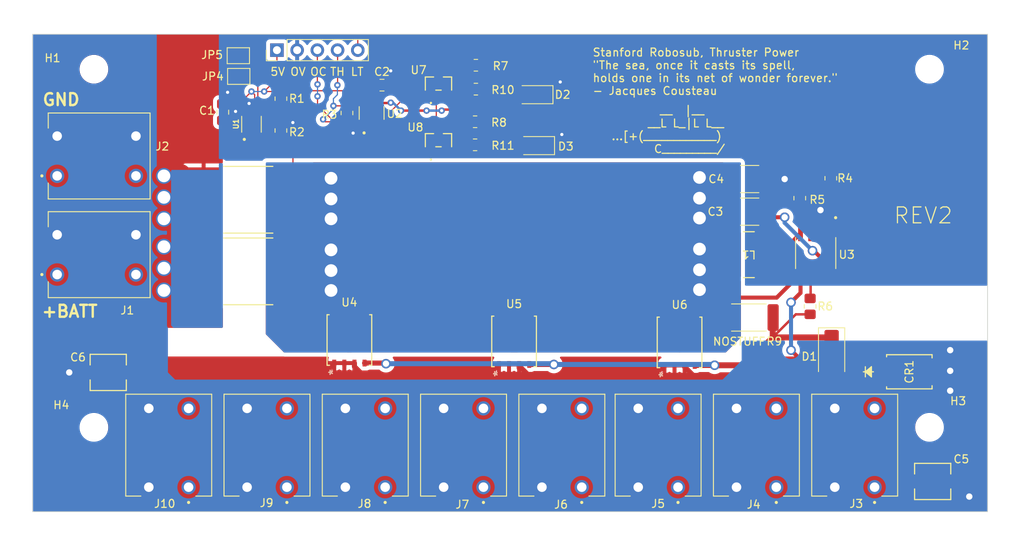
<source format=kicad_pcb>
(kicad_pcb (version 20240108) (generator "pcbnew") (generator_version "8.0")
  (layers (0 "F.Cu" signal) (31 "B.Cu" signal) (34 "B.Paste" user) (35 "F.Paste" user) (36 "B.SilkS" user "B.Silkscreen") (37 "F.SilkS" user "F.Silkscreen") (38 "B.Mask" user) (39 "F.Mask" user) (44 "Edge.Cuts" user))
  (net 0 "")
  (net 1 "+BATT")
  (net 2 "Net-(U3-OUT)")
  (net 3 "V_BAT_THRUSTERS")
  (net 4 "THRUSTERS_GATE")
  (net 5 "Net-(U7-SOURCE)")
  (net 6 "Net-(D2-A)")
  (net 7 "Net-(U8-SOURCE)")
  (net 8 "Net-(D3-A)")
  (net 9 "THRUST_EN")
  (net 10 "Net-(U3-SW)")
  (net 11 "OCP_N")
  (net 12 "Net-(U1-LIMIT)")
  (net 13 "GATE_EN")
  (net 14 "Net-(U3-IN)")
  (net 15 "Net-(U3-RS)")
  (net 16 "Net-(U3-GATE)")
  (net 17 "GND")
  (net 18 "+5V")
  (net 19 "Sense(+)")
  (net 20 "LATCH")
  (net 21 "Net-(JP4-A)")
  (footprint "1135333_1:PHOENIX_1135333" (layer "F.Cu") (at 274.7 178.8375 180)
    (property "Reference" "J6")
    (property "Value" "1135333" (hide yes))
  )
  (footprint "LED_SMD:LED_1206_3216Metric" (layer "F.Cu") (at 266.1 147.6 180)
    (property "Reference" "D3")
    (property "Value" "IR26-21C_L110_TR8" (hide yes))
  )
  (footprint "1135333_1:PHOENIX_1135333" (layer "F.Cu") (at 217.5625 154.3 90)
    (property "Reference" "J2")
    (property "Value" "1135333" (hide yes))
  )
  (footprint "Jumper:SolderJumper-2_P1.3mm_Open_Pad1.0x1.5mm" (layer "F.Cu") (at 228.65 136.3)
    (property "Reference" "JP5")
    (property "Value" "SolderJumper_2_Open" (hide yes))
  )
  (footprint "1135333_1:PHOENIX_1135333" (layer "F.Cu") (at 250 178.8375 180)
    (property "Reference" "J8")
    (property "Value" "1135333" (hide yes))
  )
  (footprint "Robosub Lib:SON40P200X200X80-11N" (layer "F.Cu") (at 230.3 144.915 90)
    (property "Reference" "U1")
    (property "Value" "INA300AIDSQT" (hide yes))
  )
  (footprint "LED_SMD:LED_1206_3216Metric" (layer "F.Cu") (at 265.9 141.2 180)
    (property "Reference" "D2")
    (property "Value" "IR26-21C_L110_TR8" (hide yes))
  )
  (footprint "1135333_1:PHOENIX_1135333" (layer "F.Cu") (at 237.65 178.8375 180)
    (property "Reference" "J9")
    (property "Value" "1135333" (hide yes))
  )
  (footprint "Robosub Lib:BSC0702LSATMA1" (layer "F.Cu") (at 242.605 172.024501 90)
    (property "Reference" "U4")
    (property "Value" "BSC0702LSATMA1" (hide yes))
  )
  (footprint "Resistor_SMD:R_0805_2012Metric_Pad1.20x1.40mm_HandSolder" (layer "F.Cu") (at 300.5 167.8 -90)
    (property "Reference" "R6")
    (property "Value" "100" (hide yes))
  )
  (footprint "Robosub Lib:IND_5848-WE-PD2_WRE" (layer "F.Cu") (at 292.8 161.3 180)
    (property "Reference" "L1")
    (property "Value" "74477420")
  )
  (footprint "1135333_1:PHOENIX_1135333" (layer "F.Cu") (at 286.8 178.8375 180)
    (property "Reference" "J5")
    (property "Value" "1135333" (hide yes))
  )
  (footprint "Robosub Lib:SOT-23-3_1P4X3P040_ONS" (layer "F.Cu") (at 253.8 139.8)
    (property "Reference" "U7")
    (property "Value" "NVTR01P02LT1G" (hide yes))
  )
  (footprint "Resistor_SMD:R_0805_2012Metric_Pad1.20x1.40mm_HandSolder" (layer "F.Cu") (at 258.4 147.5 180)
    (property "Reference" "R11")
    (property "Value" "110" (hide yes))
  )
  (footprint "Capacitor_SMD:C_1812_4532Metric_Pad1.57x3.40mm_HandSolder" (layer "F.Cu") (at 292.9 155.9)
    (property "Reference" "C3")
    (property "Value" "1uF" (hide yes))
  )
  (footprint "Robosub Lib:SOIC127P600X175-8N_AUIR3241STR" (layer "F.Cu") (at 301.2 161.1 -90)
    (property "Reference" "U3")
    (property "Value" "AUIR3241STR" (hide yes))
  )
  (footprint "Resistor_SMD:R_0805_2012Metric_Pad1.20x1.40mm_HandSolder" (layer "F.Cu") (at 258.5 137.5 180)
    (property "Reference" "R7")
    (property "Value" "110" (hide yes))
  )
  (footprint "Diode_SMD:D_SMA" (layer "F.Cu") (at 303.2 174 -90)
    (property "Reference" "D1")
    (property "Value" "1SMA5931BT3" (hide yes))
  )
  (footprint "Robosub Lib:SOT95P280X145-6N" (layer "F.Cu") (at 245.4 143.5 90)
    (property "Reference" "U2")
    (property "Value" "SN74LVC1G97DBVR" (hide yes))
  )
  (footprint "MountingHole:MountingHole_3.2mm_M3" (layer "F.Cu") (at 315.5 183)
    (property "Reference" "H3")
    (property "Value" "MountingHole" (hide yes))
  )
  (footprint "1135333_1:PHOENIX_1135333" (layer "F.Cu") (at 217.5625 166.7 90)
    (property "Reference" "J1")
    (property "Value" "1135333" (hide yes))
  )
  (footprint "MountingHole:MountingHole_3.2mm_M3" (layer "F.Cu") (at 315.5 138)
    (property "Reference" "H2")
    (property "Value" "MountingHole" (hide yes))
  )
  (footprint "Resistor_SMD:R_0805_2012Metric_Pad1.20x1.40mm_HandSolder" (layer "F.Cu") (at 234 145.7 90)
    (property "Reference" "R2")
    (property "Value" "3k" (hide yes))
  )
  (footprint "Robosub Lib:BSC0702LSATMA1" (layer "F.Cu") (at 284.095 172.324501 90)
    (property "Reference" "U6")
    (property "Value" "BSC0702LSATMA1" (hide yes))
  )
  (footprint "Resistor_SMD:R_2512_6332Metric_Pad1.40x3.35mm_HandSolder" (layer "F.Cu") (at 292.8 169.2)
    (property "Reference" "R9")
    (property "Value" "0 (100A)" (hide yes))
  )
  (footprint "Robosub Lib:UCB1V0R1MCL1GS" (layer "F.Cu") (at 315.9 189.8)
    (property "Reference" "C5")
    (property "Value" "1u (electrolytic)" (hide yes))
  )
  (footprint "Jumper:SolderJumper-2_P1.3mm_Open_Pad1.0x1.5mm" (layer "F.Cu") (at 228.7 138.9 180)
    (property "Reference" "JP4")
    (property "Value" "SolderJumper_2_Open" (hide yes))
  )
  (footprint "Capacitor_SMD:C_0805_2012Metric_Pad1.18x1.45mm_HandSolder" (layer "F.Cu") (at 246.7 140)
    (property "Reference" "C2")
    (property "Value" "0.1u" (hide yes))
  )
  (footprint "WSLP59312L000FEA:RES_WSLP5931_.002OHM_VIS" (layer "F.Cu") (at 229.9 154.4 180)
    (property "Reference" "WSLP59312L000FEA_2" (hide yes))
    (property "Value" "2mOhm" (hide yes))
  )
  (footprint "MountingHole:MountingHole_3.2mm_M3" (layer "F.Cu") (at 210.5 183)
    (property "Reference" "H4")
    (property "Value" "MountingHole" (hide yes))
  )
  (footprint "Robosub Lib:BSC0702LSATMA1" (layer "F.Cu") (at 263.3 172.2 90)
    (property "Reference" "U5")
    (property "Value" "BSC0702LSATMA1" (hide yes))
  )
  (footprint "1135333_1:PHOENIX_1135333" (layer "F.Cu") (at 262.35 178.8375 180)
    (property "Reference" "J7")
    (property "Value" "1135333" (hide yes))
  )
  (footprint "Resistor_SMD:R_0805_2012Metric_Pad1.20x1.40mm_HandSolder" (layer "F.Cu") (at 258.5 140.5 180)
    (property "Reference" "R10")
    (property "Value" "110" (hide yes))
  )
  (footprint "Resistor_SMD:R_0805_2012Metric_Pad1.20x1.40mm_HandSolder" (layer "F.Cu") (at 258.4 144.6 180)
    (property "Reference" "R8")
    (property "Value" "110" (hide yes))
  )
  (footprint "Connector_PinHeader_2.54mm:PinHeader_1x05_P2.54mm_Vertical" (layer "F.Cu") (at 233.5 135.6 90)
    (property "Reference" "J11" (hide yes))
    (property "Value" "Conn_01x05_Pin" (hide yes))
  )
  (footprint "SBRT15U50SP5_13:POWERDI5_DIO" (layer "F.Cu") (at 312.9663 176.020001 90)
    (property "Reference" "CR1")
    (property "Value" "SBRT15U50SP5-13" (hide yes))
  )
  (footprint "Resistor_SMD:R_0805_2012Metric_Pad1.20x1.40mm_HandSolder" (layer "F.Cu") (at 242.3 143.5 -90)
    (property "Reference" "R3")
    (property "Value" "10k" (hide yes))
  )
  (footprint "1135333_1:PHOENIX_1135333" (layer "F.Cu") (at 311.5 178.8375 180)
    (property "Reference" "J3")
    (property "Value" "1135333" (hide yes))
  )
  (footprint "Robosub Lib:SOT-23-3_1P4X3P040_ONS" (layer "F.Cu") (at 253.8 146.916)
    (property "Reference" "U8")
    (property "Value" "NVTR01P02LT1G" (hide yes))
  )
  (footprint "1135333_1:PHOENIX_1135333" (layer "F.Cu") (at 225.3 178.8375 180)
    (property "Reference" "J10")
    (property "Value" "1135333" (hide yes))
  )
  (footprint "Capacitor_SMD:C_1812_4532Metric_Pad1.57x3.40mm_HandSolder" (layer "F.Cu") (at 292.9 151.8)
    (property "Reference" "C4")
    (property "Value" "1uF" (hide yes))
  )
  (footprint "Robosub Lib:UCB1V0R1MCL1GS" (layer "F.Cu") (at 212.3 176.1 180)
    (property "Reference" "C6")
    (property "Value" "1u (electrolytic)" (hide yes))
  )
  (footprint "Capacitor_SMD:C_0805_2012Metric_Pad1.18x1.45mm_HandSolder" (layer "F.Cu") (at 226.7 143.4 -90)
    (property "Reference" "C1")
    (property "Value" "0.1u" (hide yes))
  )
  (footprint "WSLP59312L000FEA:RES_WSLP5931_.002OHM_VIS" (layer "F.Cu") (at 229.9 163.4 180)
    (property "Reference" "WSLP59312L000FEA_1" (hide yes))
    (property "Value" "2mOhm" (hide yes))
  )
  (footprint "Resistor_SMD:R_0805_2012Metric_Pad1.20x1.40mm_HandSolder" (layer "F.Cu") (at 234 141.7 -90)
    (property "Reference" "R1")
    (property "Value" "10k" (hide yes))
  )
  (footprint "MountingHole:MountingHole_3.2mm_M3" (layer "F.Cu") (at 210.5 138)
    (property "Reference" "H1")
    (property "Value" "MountingHole" (hide yes))
  )
  (footprint "Resistor_SMD:R_0805_2012Metric_Pad1.20x1.40mm_HandSolder" (layer "F.Cu") (at 299.2 154.2 90)
    (property "Reference" "R5")
    (property "Value" "10" (hide yes))
  )
  (footprint "1135333_1:PHOENIX_1135333" (layer "F.Cu") (at 299.15 178.8375 180)
    (property "Reference" "J4")
    (property "Value" "1135333" (hide yes))
  )
  (footprint "Resistor_SMD:R_0805_2012Metric_Pad1.20x1.40mm_HandSolder" (layer "F.Cu") (at 303.1 151.7 -90)
    (property "Reference" "R4")
    (property "Value" "10k" (hide yes))
  )
  (gr_rect (start 202.8 133.6) (end 322.8 193.6) (stroke (width 0.1)) (fill none) (layer "Edge.Cuts"))
  (gr_text "REV2" (at 310.9 157.55 0) (layer "F.SilkS") (effects (font (size 2 2)) (justify left bottom)))
  (gr_text "LT" (at 242.7 138.9 0) (layer "F.SilkS") (effects (font (size 1 1)) (justify left bottom)))
  (gr_text "Stanford Robosub, Thruster Power\n{dblquote}The sea, once it casts its spell, \nholds one in its net of wonder forever.{dblquote} \n- Jacques Cousteau\n" (at 273.1 141.3 0) (layer "F.SilkS") (effects (font (size 1 1)) (justify left bottom)))
  (gr_text "5V" (at 232.6 138.9 0) (layer "F.SilkS") (effects (font (size 1 1)) (justify left bottom)))
  (gr_text "GND" (at 203.9 142.7 0) (layer "F.SilkS") (effects (font (size 1.5 1.5) (thickness 0.3) (bold yes)) (justify left bottom)))
  (gr_text "NOSTUFF" (at 288.2 172.8 0) (layer "F.SilkS") (effects (font (size 1 1)) (justify left bottom)))
  (gr_text "         __  |__\n       __L L_|L L__\n ...[+(____________)\n        C_________/" (at 274.7 148.6 0) (layer "F.SilkS") (effects (font (size 1 1)) (justify left bottom)))
  (gr_text "TH" (at 240.1 138.9 0) (layer "F.SilkS") (effects (font (size 1 1)) (justify left bottom)))
  (gr_text "OV" (at 235.1 138.9 0) (layer "F.SilkS") (effects (font (size 1 1)) (justify left bottom)))
  (gr_text "+BATT" (at 203.8 169.3 0) (layer "F.SilkS") (effects (font (size 1.5 1.5) (thickness 0.3) (bold yes)) (justify left bottom)))
  (gr_text "OC" (at 237.6 138.9 0) (layer "F.SilkS") (effects (font (size 1 1)) (justify left bottom)))
  (segment (start 221.2866 151.4) (end 224.2866 154.4) (width 3) (layer "F.Cu") (net 1))
  (segment (start 229.5 145.9) (end 229.5 147) (width 0.15) (layer "F.Cu") (net 1))
  (segment (start 219.3 165.8) (end 221.8866 165.8) (width 3) (layer "F.Cu") (net 1))
  (segment (start 224.2866 163.4) (end 224.2866 154.4) (width 3) (layer "F.Cu") (net 1))
  (segment (start 229.5 147) (end 228.7 147.8) (width 0.15) (layer "F.Cu") (net 1))
  (segment (start 228.7 147.8) (end 225.3 147.8) (width 0.15) (layer "F.Cu") (net 1))
  (segment (start 219.3 151.4) (end 221.2866 151.4) (width 3) (layer "F.Cu") (net 1))
  (segment (start 221.1866 160.3) (end 224.2866 163.4) (width 3) (layer "F.Cu") (net 1))
  (segment (start 224.2866 148.8134) (end 224.2866 154.4) (width 0.15) (layer "F.Cu") (net 1))
  (segment (start 218.5 163.8) (end 219.3 163) (width 3) (layer "F.Cu") (net 1))
  (segment (start 225.3 147.8) (end 224.2866 148.8134) (width 0.15) (layer "F.Cu") (net 1))
  (segment (start 219.3 156.8) (end 221.8866 156.8) (width 3) (layer "F.Cu") (net 1))
  (segment (start 219.3 163) (end 223.8866 163) (width 3) (layer "F.Cu") (net 1))
  (segment (start 221.8866 156.8) (end 224.2866 154.4) (width 3) (layer "F.Cu") (net 1))
  (segment (start 221.8866 165.8) (end 224.2866 163.4) (width 3) (layer "F.Cu") (net 1))
  (segment (start 219.3 160.3) (end 221.1866 160.3) (width 3) (layer "F.Cu") (net 1))
  (segment (start 205.8825 151.4) (end 215.7825 151.4) (width 3) (layer "F.Cu") (net 1))
  (segment (start 215.7825 151.4) (end 219.3 151.4) (width 3) (layer "F.Cu") (net 1))
  (segment (start 215.7825 163.8) (end 218.5 163.8) (width 3) (layer "F.Cu") (net 1))
  (segment (start 219.3 154.1) (end 223.9866 154.1) (width 3) (layer "F.Cu") (net 1))
  (segment (start 205.8825 163.8) (end 215.7825 163.8) (width 3) (layer "F.Cu") (net 1))
  (via (at 219.3 163) (size 2) (drill 1.6) (layers "F.Cu" "B.Cu") (net 1))
  (via (at 219.3 154.1) (size 2) (drill 1.6) (layers "F.Cu" "B.Cu") (net 1))
  (via (at 219.3 160.3) (size 2) (drill 1.6) (layers "F.Cu" "B.Cu") (net 1))
  (via (at 219.3 165.8) (size 2) (drill 1.6) (layers "F.Cu" "B.Cu") (net 1))
  (via (at 219.3 156.8) (size 2) (drill 1.6) (layers "F.Cu" "B.Cu") (net 1))
  (via (at 219.3 151.4) (size 2) (drill 1.6) (layers "F.Cu" "B.Cu") (net 1))
  (segment (start 300.96245 160.8) (end 300.8 160.8) (width 0.508) (layer "F.Cu") (net 2))
  (segment (start 295.7375 156.6) (end 295.0375 155.9) (width 0.508) (layer "F.Cu") (net 2))
  (segment (start 297.3 156.6) (end 295.7375 156.6) (width 0.508) (layer "F.Cu") (net 2))
  (segment (start 303.105 162.94255) (end 300.96245 160.8) (width 0.508) (layer "F.Cu") (net 2))
  (via (at 297.3 156.6) (size 1.2) (drill 0.8) (layers "F.Cu" "B.Cu") (net 2))
  (via (at 300.8 160.8) (size 1.2) (drill 0.8) (layers "F.Cu" "B.Cu") (net 2))
  (segment (start 300.8 160.8) (end 297.3 157.3) (width 0.508) (layer "B.Cu") (net 2))
  (segment (start 297.3 157.3) (end 297.3 156.6) (width 0.508) (layer "B.Cu") (net 2))
  (segment (start 214.4082 176.1) (end 217.8825 176.1) (width 0.75) (layer "F.Cu") (net 3))
  (segment (start 247.1 180.6175) (end 247.1 190.5175) (width 3) (layer "F.Cu") (net 3))
  (segment (start 263.935 175.099501) (end 263.935 175.274507) (width 0.635) (layer "F.Cu") (net 3))
  (segment (start 284.73 175.224002) (end 284.73 175.399008) (width 0.635) (layer "F.Cu") (net 3))
  (segment (start 283.9 180.6175) (end 283.9 190.5175) (width 3) (layer "F.Cu") (net 3))
  (segment (start 243.24 174.924002) (end 243.24 175.364006) (width 0.635) (layer "F.Cu") (net 3))
  (segment (start 298.5825 180.6175) (end 296.25 180.6175) (width 0.75) (layer "F.Cu") (net 3))
  (segment (start 299.295 163.575) (end 299.295 166.105) (width 0.508) (layer "F.Cu") (net 3))
  (segment (start 303.2 176) (end 298.5825 180.6175) (width 0.75) (layer "F.Cu") (net 3))
  (segment (start 234.75 180.6175) (end 234.75 190.5175) (width 3) (layer "F.Cu") (net 3))
  (segment (start 284.73 175.399008) (end 286.1 176.769008) (width 0.635) (layer "F.Cu") (net 3))
  (segment (start 286.1 176.769008) (end 286.1 176.8) (width 0.635) (layer "F.Cu") (net 3))
  (segment (start 271.8 180.6175) (end 271.8 190.5175) (width 3) (layer "F.Cu") (net 3))
  (segment (start 259.45 180.6175) (end 259.45 190.5175) (width 3) (layer "F.Cu") (net 3))
  (segment (start 217.8825 176.1) (end 222.4 180.6175) (width 0.75) (layer "F.Cu") (net 3))
  (segment (start 311.9122 177.3053) (end 308.6 180.6175) (width 3) (layer "F.Cu") (net 3))
  (segment (start 282.19 175.224002) (end 282.175998 175.224002) (width 0.635) (layer "F.Cu") (net 3))
  (segment (start 300.8 176) (end 303.2 176) (width 0.508) (layer "F.Cu") (net 3))
  (segment (start 303.2 176) (end 308.6 181.4) (width 0.75) (layer "F.Cu") (net 3))
  (segment (start 244.575994 176.7) (end 244.7 176.7) (width 0.635) (layer "F.Cu") (net 3))
  (segment (start 261.395 175.105) (end 259.7 176.8) (width 0.635) (layer "F.Cu") (net 3))
  (segment (start 308.6 190.5175) (end 313.0743 190.5175) (width 0.75) (layer "F.Cu") (net 3))
  (segment (start 311.9122 176.020001) (end 311.9122 177.3053) (width 3) (layer "F.Cu") (net 3))
  (segment (start 240.7 175) (end 239.2 176.5) (width 0.635) (layer "F.Cu") (net 3))
  (segment (start 313.0743 190.5175) (end 313.7918 189.8) (width 0.75) (layer "F.Cu") (net 3))
  (segment (start 240.7 174.924002) (end 240.7 175) (width 0.635) (layer "F.Cu") (net 3))
  (segment (start 308.6 181.9) (end 308.6 190.5175) (width 3) (layer "F.Cu") (net 3))
  (segment (start 265.4 176.739507) (end 265.4 176.8) (width 0.635) (layer "F.Cu") (net 3))
  (segment (start 261.395 175.099501) (end 261.395 175.105) (width 0.635) (layer "F.Cu") (net 3))
  (segment (start 282.175998 175.224002) (end 280.9 176.5) (width 0.635) (layer "F.Cu") (net 3))
  (segment (start 263.935 175.274507) (end 265.4 176.739507) (width 0.635) (layer "F.Cu") (net 3))
  (segment (start 308.6 181.4) (end 308.6 181.9) (width 0.75) (layer "F.Cu") (net 3))
  (segment (start 296.25 180.6175) (end 296.25 190.5175) (width 3) (layer "F.Cu") (net 3))
  (segment (start 308.6 180.6175) (end 308.6 181.9) (width 3) (layer "F.Cu") (net 3))
  (segment (start 263.935 175.099501) (end 263.935 175.539505) (width 0.635) (layer "F.Cu") (net 3))
  (segment (start 222.4 180.6175) (end 222.4 190.5175) (width 3) (layer "F.Cu") (net 3))
  (segment (start 299.295 166.105) (end 298.1 167.3) (width 0.508) (layer "F.Cu") (net 3))
  (segment (start 298.1 173.3) (end 300.8 176) (width 0.508) (layer "F.Cu") (net 3))
  (segment (start 243.24 175.364006) (end 244.575994 176.7) (width 0.635) (layer "F.Cu") (net 3))
  (via (at 298.1 167.3) (size 1.2) (drill 0.8) (layers "F.Cu" "B.Cu") (net 3))
  (via (at 298.1 173.3) (size 1.2) (drill 0.8) (layers "F.Cu" "B.Cu") (net 3))
  (segment (start 298.1 167.3) (end 298.1 173.3) (width 0.508) (layer "B.Cu") (net 3))
  (segment (start 286 175.224002) (end 288.475998 175.224002) (width 0.635) (layer "F.Cu") (net 4))
  (segment (start 244.51 174.924002) (end 247.124002 174.924002) (width 0.635) (layer "F.Cu") (net 4))
  (segment (start 265.205 175.099501) (end 268.299501 175.099501) (width 0.635) (layer "F.Cu") (net 4))
  (segment (start 295.8 171.7) (end 302.9 171.7) (width 0.75) (layer "F.Cu") (net 4))
  (segment (start 247.124002 174.924002) (end 247.2 175) (width 0.635) (layer "F.Cu") (net 4))
  (segment (start 268.299501 175.099501) (end 268.3 175.1) (width 0.635) (layer "F.Cu") (net 4))
  (segment (start 300.5 168.8) (end 298.7 168.8) (width 0.3048) (layer "F.Cu") (net 4))
  (segment (start 288.5 175.2) (end 292.3 175.2) (width 0.75) (layer "F.Cu") (net 4))
  (segment (start 298.7 168.8) (end 295.8 171.7) (width 0.3048) (layer "F.Cu") (net 4))
  (segment (start 295.8 171.7) (end 295.8 169.25) (width 0.75) (layer "F.Cu") (net 4))
  (segment (start 288.475998 175.224002) (end 288.5 175.2) (width 0.635) (layer "F.Cu") (net 4))
  (segment (start 292.3 175.2) (end 295.8 171.7) (width 0.75) (layer "F.Cu") (net 4))
  (via (at 247.2 175) (size 1.2) (drill 0.8) (layers "F.Cu" "B.Cu") (net 4))
  (via (at 288.5 175.2) (size 1.2) (drill 0.8) (layers "F.Cu" "B.Cu") (net 4))
  (via (at 268.3 175.1) (size 1.2) (drill 0.8) (layers "F.Cu" "B.Cu") (net 4))
  (segment (start 247.2 175) (end 268.2 175) (width 0.635) (layer "B.Cu") (net 4))
  (segment (start 268.2 175) (end 268.3 175.1) (width 0.635) (layer "B.Cu") (net 4))
  (segment (start 288.4 175.1) (end 288.5 175.2) (width 0.635) (layer "B.Cu") (net 4))
  (segment (start 268.3 175.1) (end 288.4 175.1) (width 0.635) (layer "B.Cu") (net 4))
  (segment (start 257.5 140.5) (end 257.5 137.5) (width 0.15) (layer "F.Cu") (net 5))
  (segment (start 254.7525 140.816) (end 257.184 140.816) (width 0.15) (layer "F.Cu") (net 5))
  (segment (start 259.5 137.5) (end 259.5 140.5) (width 0.15) (layer "F.Cu") (net 6))
  (segment (start 263.8 140.5) (end 264.5 141.2) (width 0.15) (layer "F.Cu") (net 6))
  (segment (start 259.5 140.5) (end 263.8 140.5) (width 0.15) (layer "F.Cu") (net 6))
  (segment (start 254.7525 147.932) (end 256.968 147.932) (width 0.15) (layer "F.Cu") (net 7))
  (segment (start 257.4 144.6) (end 257.4 147.5) (width 0.15) (layer "F.Cu") (net 7))
  (segment (start 259.4 147.5) (end 264.6 147.5) (width 0.15) (layer "F.Cu") (net 8))
  (segment (start 259.4 144.6) (end 259.4 147.5) (width 0.15) (layer "F.Cu") (net 8))
  (segment (start 241.12 135.6) (end 241.12 139.98) (width 0.15) (layer "F.Cu") (net 9))
  (segment (start 244.195 142.5) (end 244.45 142.245) (width 0.15) (layer "F.Cu") (net 9))
  (segment (start 252.8475 147.932) (end 243.532 147.932) (width 0.15) (layer "F.Cu") (net 9))
  (segment (start 243.532 147.932) (end 240.2 144.6) (width 0.15) (layer "F.Cu") (net 9))
  (segment (start 242.3 142.5) (end 244.195 142.5) (width 0.15) (layer "F.Cu") (net 9))
  (segment (start 240.2 144.6) (end 239.6 144.6) (width 0.15) (layer "F.Cu") (net 9))
  (segment (start 241.12 139.98) (end 241.1 140) (width 0.15) (layer "F.Cu") (net 9))
  (segment (start 239.6 144.6) (end 239.3 144.3) (width 0.15) (layer "F.Cu") (net 9))
  (segment (start 240.6 142.6) (end 242.2 142.6) (width 0.15) (layer "F.Cu") (net 9))
  (via (at 241.1 140) (size 0.8) (drill 0.4) (layers "F.Cu" "B.Cu") (net 9))
  (via (at 239.3 144.3) (size 0.8) (drill 0.4) (layers "F.Cu" "B.Cu") (net 9))
  (via (at 240.6 142.6) (size 0.8) (drill 0.4) (layers "F.Cu" "B.Cu") (net 9))
  (segment (start 240.6 143) (end 239.3 144.3) (width 0.15) (layer "B.Cu") (net 9))
  (segment (start 241.1 140) (end 241.1 141.2) (width 0.15) (layer "B.Cu") (net 9))
  (segment (start 240.6 142.6) (end 240.6 143) (width 0.15) (layer "B.Cu") (net 9))
  (segment (start 241.1 141.2) (end 240.6 141.7) (width 0.15) (layer "B.Cu") (net 9))
  (segment (start 240.6 141.7) (end 240.6 142.6) (width 0.15) (layer "B.Cu") (net 9))
  (segment (start 294.8193 161.3) (end 296.62 161.3) (width 0.508) (layer "F.Cu") (net 10))
  (segment (start 296.62 161.3) (end 299.295 158.625) (width 0.508) (layer "F.Cu") (net 10))
  (segment (start 243.39427 147.3) (end 244.115126 147.3) (width 0.15) (layer "F.Cu") (net 11))
  (segment (start 241 144.90573) (end 243.39427 147.3) (width 0.15) (layer "F.Cu") (net 11))
  (segment (start 231.1 145.9) (end 232 145.9) (width 0.15) (layer "F.Cu") (net 11))
  (segment (start 232.6 142.7) (end 234 142.7) (width 0.15) (layer "F.Cu") (net 11))
  (segment (start 238.6 141.4) (end 238.6 142.46) (width 0.15) (layer "F.Cu") (net 11))
  (segment (start 244.115126 147.3) (end 246.35 145.065126) (width 0.15) (layer "F.Cu") (net 11))
  (segment (start 250.289 140.816) (end 246.35 144.755) (width 0.15) (layer "F.Cu") (net 11))
  (segment (start 238.6 142.46) (end 238.58 142.48) (width 0.15) (layer "F.Cu") (net 11))
  (segment (start 234.22 142.48) (end 238.58 142.48) (width 0.15) (layer "F.Cu") (net 11))
  (segment (start 238.58 135.6) (end 238.58 139.88) (width 0.15) (layer "F.Cu") (net 11))
  (segment (start 232.3 145.6) (end 232.3 143) (width 0.15) (layer "F.Cu") (net 11))
  (segment (start 252.8475 140.816) (end 250.289 140.816) (width 0.15) (layer "F.Cu") (net 11))
  (segment (start 232 145.9) (end 232.3 145.6) (width 0.15) (layer "F.Cu") (net 11))
  (segment (start 232.3 143) (end 232.6 142.7) (width 0.15) (layer "F.Cu") (net 11))
  (segment (start 238.58 139.88) (end 238.6 139.9) (width 0.15) (layer "F.Cu") (net 11))
  (segment (start 241 144.9) (end 241 144.90573) (width 0.15) (layer "F.Cu") (net 11))
  (segment (start 238.58 142.48) (end 241 144.9) (width 0.15) (layer "F.Cu") (net 11))
  (via (at 238.6 139.9) (size 0.8) (drill 0.4) (layers "F.Cu" "B.Cu") (net 11))
  (via (at 238.6 141.4) (size 0.8) (drill 0.4) (layers "F.Cu" "B.Cu") (net 11))
  (segment (start 238.6 139.9) (end 238.6 141.4) (width 0.15) (layer "B.Cu") (net 11))
  (segment (start 233.137701 147.562299) (end 234 146.7) (width 0.15) (layer "F.Cu") (net 12))
  (segment (start 230.3 145.9) (end 230.3 146.794269) (width 0.15) (layer "F.Cu") (net 12))
  (segment (start 230.3 146.794269) (end 231.06803 147.562299) (width 0.15) (layer "F.Cu") (net 12))
  (segment (start 231.06803 147.562299) (end 233.137701 147.562299) (width 0.15) (layer "F.Cu") (net 12))
  (segment (start 247.755 142.245) (end 247.8 142.2) (width 0.3048) (layer "F.Cu") (net 13))
  (segment (start 295.4726 143.0726) (end 303.1 150.7) (width 0.3048) (layer "F.Cu") (net 13))
  (segment (start 254.2 143.2) (end 254.3274 143.0726) (width 0.3048) (layer "F.Cu") (net 13))
  (segment (start 254.3274 143.0726) (end 295.4726 143.0726) (width 0.3048) (layer "F.Cu") (net 13))
  (segment (start 246.35 142.245) (end 247.755 142.245) (width 0.3048) (layer "F.Cu") (net 13))
  (segment (start 249.1 143.2) (end 252.3 143.2) (width 0.3048) (layer "F.Cu") (net 13))
  (via (at 247.8 142.2) (size 0.8) (drill 0.4) (layers "F.Cu" "B.Cu") (net 13))
  (via (at 249.1 143.2) (size 0.8) (drill 0.4) (layers "F.Cu" "B.Cu") (net 13))
  (via (at 252.3 143.2) (size 0.8) (drill 0.4) (layers "F.Cu" "B.Cu") (net 13))
  (via (at 254.2 143.2) (size 0.8) (drill 0.4) (layers "F.Cu" "B.Cu") (net 13))
  (segment (start 252.3 143.2) (end 254.2 143.2) (width 0.3048) (layer "B.Cu") (net 13))
  (segment (start 248.1 142.2) (end 249.1 143.2) (width 0.3048) (layer "B.Cu") (net 13))
  (segment (start 247.8 142.2) (end 248.1 142.2) (width 0.3048) (layer "B.Cu") (net 13))
  (segment (start 303.1 152.7) (end 303.1 158.62) (width 0.3048) (layer "F.Cu") (net 14))
  (segment (start 300.565 156.565) (end 300.565 158.625) (width 0.15) (layer "F.Cu") (net 15))
  (segment (start 299.2 155.2) (end 300.565 156.565) (width 0.15) (layer "F.Cu") (net 15))
  (segment (start 300.565 163.575) (end 300.565 166.735) (width 0.3048) (layer "F.Cu") (net 16))
  (segment (start 227.8375 143.3) (end 228.3 143.3) (width 0.15) (layer "F.Cu") (net 17))
  (segment (start 247.7375 138.2625) (end 247.8 138.2) (width 0.15) (layer "F.Cu") (net 17))
  (segment (start 301.8 155.7) (end 301.8 158.59) (width 0.508) (layer "F.Cu") (net 17))
  (segment (start 318.0082 189.8) (end 318.6 189.8) (width 0.75) (layer "F.Cu") (net 17))
  (segment (start 315.9 175.1) (end 316.3 175.1) (width 0.75) (layer "F.Cu") (net 17))
  (segment (start 315.9 176.940002) (end 317.059998 176.940002) (width 0.75) (layer "F.Cu") (net 17))
  (segment (start 230.3 142.6) (end 230 142.3) (width 0.15) (layer "F.Cu") (net 17))
  (segment (start 243.179079 146.025921) (end 243.074079 146.025921) (width 0.15) (layer "F.Cu") (net 17))
  (segment (start 245.4 144.755) (end 244.129079 146.025921) (width 0.15) (layer "F.Cu") (net 17))
  (segment (start 228.05 138.9) (end 228.05 140.15) (width 0.15) (layer "F.Cu") (net 17))
  (segment (start 317.059998 176.940002) (end 318.1 175.9) (width 0.75) (layer "F.Cu") (net 17))
  (segment (start 244.129079 146.025921) (end 243.074079 146.025921) (width 0.15) (layer "F.Cu") (net 17))
  (segment (start 230.3 144.915) (end 229.2452 144.915) (width 0.3048) (layer "F.Cu") (net 17))
  (segment (start 315.9 176.940002) (end 316.640002 176.940002) (width 0.75) (layer "F.Cu") (net 17))
  (segment (start 247.7375 140) (end 247.7375 138.2625) (width 0.15) (layer "F.Cu") (net 17))
  (segment (start 243.074079 145.274079) (end 243.074079 146.025921) (width 0.15) (layer "F.Cu") (net 17))
  (segment (start 244.45 144.755) (end 243.179079 146.025921) (width 0.15) (layer "F.Cu") (net 17))
  (segment (start 297.8 151.8) (end 299.2 153.2) (width 0.15) (layer "F.Cu") (net 17))
  (segment (start 230.3 143.93) (end 230.3 142.6) (width 0.15) (layer "F.Cu") (net 17))
  (segment (start 228.3 143.9698) (end 228.3 143.3) (width 0.3048) (layer "F.Cu") (net 17))
  (segment (start 229.2452 144.915) (end 228.3 143.9698) (width 0.3048) (layer "F.Cu") (net 17))
  (segment (start 268.9 139.6) (end 269.1 139.6) (width 0.15) (layer "F.Cu") (net 17))
  (segment (start 316.3 175.1) (end 318.1 173.3) (width 0.75) (layer "F.Cu") (net 17))
  (segment (start 315.9 175.1) (end 317.3 175.1) (width 0.75) (layer "F.Cu") (net 17))
  (segment (start 317.3 175.1) (end 318.1 175.9) (width 0.75) (layer "F.Cu") (net 17))
  (segment (start 242.3 144.5) (end 243.074079 145.274079) (width 0.15) (layer "F.Cu") (net 17))
  (segment (start 318.6 189.8) (end 320.5 191.7) (width 0.75) (layer "F.Cu") (net 17))
  (segment (start 267.9 147.6) (end 269.3 146.2) (width 0.15) (layer "F.Cu") (net 17))
  (segment (start 226.7 144.4375) (end 227.8375 143.3) (width 0.15) (layer "F.Cu") (net 17))
  (segment (start 229.5 143.93) (end 228.93 143.93) (width 0.15) (layer "F.Cu") (net 17))
  (segment (start 228.93 143.93) (end 228.3 143.3) (width 0.15) (layer "F.Cu") (net 17))
  (segment (start 297.3 151.8) (end 297.8 151.8) (width 0.15) (layer "F.Cu") (net 17))
  (segment (start 234 144.7) (end 235.5 144.7) (width 0.15) (layer "F.Cu") (net 17))
  (segment (start 316.640002 176.940002) (end 318.1 178.4) (width 0.75) (layer "F.Cu") (net 17))
  (segment (start 228.05 140.15) (end 227.3 140.9) (width 0.15) (layer "F.Cu") (net 17))
  (segment (start 295.0375 151.8) (end 297.3 151.8) (width 0.508) (layer "F.Cu") (net 17))
  (segment (start 267.3 141.2) (end 268.9 139.6) (width 0.15) (layer "F.Cu") (net 17))
  (segment (start 207.4 176.1) (end 210.1918 176.1) (width 0.75) (layer "F.Cu") (net 17))
  (via (at 230 142.3) (size 0.8) (drill 0.4) (layers "F.Cu" "B.Cu") (net 17))
  (via (at 269.1 139.6) (size 0.8) (drill 0.4) (layers "F.Cu" "B.Cu") (net 17))
  (via (at 207.4 176.1) (size 1.2) (drill 0.8) (layers "F.Cu" "B.Cu") (net 17))
  (via (at 228.3 143.3) (size 0.8) (drill 0.4) (layers "F.Cu" "B.Cu") (net 17))
  (via (at 318.1 175.9) (size 1.2) (drill 0.8) (layers "F.Cu" "B.Cu") (net 17))
  (via (at 318.1 178.4) (size 1.2) (drill 0.8) (layers "F.Cu" "B.Cu") (net 17))
  (via (at 297.3 151.8) (size 1.2) (drill 0.8) (layers "F.Cu" "B.Cu") (net 17))
  (via (at 235.5 144.7) (size 0.8) (drill 0.4) (layers "F.Cu" "B.Cu") (net 17))
  (via (at 301.8 155.7) (size 1.2) (drill 0.8) (layers "F.Cu" "B.Cu") (net 17))
  (via (at 320.5 191.7) (size 1.2) (drill 0.8) (layers "F.Cu" "B.Cu") (net 17))
  (via (at 269.3 146.2) (size 0.8) (drill 0.4) (layers "F.Cu" "B.Cu") (net 17))
  (via (at 247.8 138.2) (size 0.8) (drill 0.4) (layers "F.Cu" "B.Cu") (net 17))
  (via (at 318.1 173.3) (size 1.2) (drill 0.8) (layers "F.Cu" "B.Cu") (net 17))
  (via (at 243.074079 146.025921) (size 0.8) (drill 0.4) (layers "F.Cu" "B.Cu") (net 17))
  (via (at 227.3 140.9) (size 0.8) (drill 0.4) (layers "F.Cu" "B.Cu") (net 17))
  (segment (start 291.25 180.6175) (end 291.25 190.5175) (width 3) (layer "B.Cu") (net 17))
  (segment (start 278.9 180.6175) (end 278.9 190.5175) (width 3) (layer "B.Cu") (net 17))
  (segment (start 205.8825 158.8) (end 215.7825 158.8) (width 3) (layer "B.Cu") (net 17))
  (segment (start 266.8 180.6175) (end 266.8 190.5175) (width 3) (layer "B.Cu") (net 17))
  (segment (start 242.1 180.6175) (end 242.1 190.5175) (width 3) (layer "B.Cu") (net 17))
  (segment (start 303.6 180.6175) (end 303.6 190.5175) (width 3) (layer "B.Cu") (net 17))
  (segment (start 205.8825 146.4) (end 215.7825 146.4) (width 3) (layer "B.Cu") (net 17))
  (segment (start 229.75 180.6175) (end 229.75 190.5175) (width 3) (layer "B.Cu") (net 17))
  (segment (start 254.45 190.5175) (end 254.45 180.6175) (width 3) (layer "B.Cu") (net 17))
  (segment (start 217.4 180.6175) (end 217.4 190.5175) (width 3) (layer "B.Cu") (net 17))
  (segment (start 233.5 139.2) (end 231.9 140.8) (width 0.15) (layer "F.Cu") (net 18))
  (segment (start 234 140.7) (end 243.7 140.7) (width 0.15) (layer "F.Cu") (net 18))
  (segment (start 233.5 139.2) (end 234 139.7) (width 0.15) (layer "F.Cu") (net 18))
  (segment (start 244.3 140.1) (end 245.5625 140.1) (width 0.15) (layer "F.Cu") (net 18))
  (segment (start 230.3 140.8) (end 228.9625 142.1375) (width 0.15) (layer "F.Cu") (net 18))
  (segment (start 253.5255 145.6255) (end 253.5255 139.0585) (width 0.15) (layer "F.Cu") (net 18))
  (segment (start 245.4 142.245) (end 245.4 140.2625) (width 0.15) (layer "F.Cu") (net 18))
  (segment (start 228.9625 142.1375) (end 228.9625 142.3625) (width 0.15) (layer "F.Cu") (net 18))
  (segment (start 231.9 140.8) (end 233.9 140.8) (width 0.15) (layer "F.Cu") (net 18))
  (segment (start 229.9 143.93) (end 229.9 143.3) (width 0.15) (layer "F.Cu") (net 18))
  (segment (start 226.7 142.3625) (end 228.9625 142.3625) (width 0.15) (layer "F.Cu") (net 18))
  (segment (start 233.5 135.6) (end 233.5 139.2) (width 0.15) (layer "F.Cu") (net 18))
  (segment (start 234 139.7) (end 234 140.7) (width 0.15) (layer "F.Cu") (net 18))
  (segment (start 253.8 145.9) (end 253.5255 145.6255) (width 0.15) (layer "F.Cu") (net 18))
  (segment (start 230.7 141.2) (end 230.3 140.8) (width 0.15) (layer "F.Cu") (net 18))
  (segment (start 229.9 143.3) (end 229 142.4) (width 0.15) (layer "F.Cu") (net 18))
  (segment (start 253.5255 139.0585) (end 253.8 138.784) (width 0.15) (layer "F.Cu") (net 18))
  (segment (start 230.7 143.93) (end 230.7 141.2) (width 0.15) (layer "F.Cu") (net 18))
  (segment (start 243.7 140.7) (end 244.3 140.1) (width 0.15) (layer "F.Cu") (net 18))
  (segment (start 228.9625 142.3625) (end 229 142.4) (width 0.15) (layer "F.Cu") (net 18))
  (via (at 230.3 140.8) (size 0.8) (drill 0.4) (layers "F.Cu" "B.Cu") (net 18))
  (via (at 231.9 140.8) (size 0.8) (drill 0.4) (layers "F.Cu" "B.Cu") (net 18))
  (segment (start 231.9 140.8) (end 230.3 140.8) (width 0.15) (layer "B.Cu") (net 18))
  (segment (start 286 169.3) (end 287.6 167.7) (width 0.635) (layer "F.Cu") (net 19))
  (segment (start 238.2134 160.7) (end 235.5134 163.4) (width 3) (layer "F.Cu") (net 19))
  (segment (start 297.9 165.1) (end 296.3 166.7) (width 0.508) (layer "F.Cu") (net 19))
  (segment (start 240.7 169) (end 239.6 167.9) (width 0.635) (layer "F.Cu") (net 19))
  (segment (start 286 169.4) (end 286 169.3) (width 0.635) (layer "F.Cu") (net 19))
  (segment (start 298.764 162.136) (end 297.9 163) (width 0.508) (layer "F.Cu") (net 19))
  (segment (start 238.2134 151.7) (end 235.5134 154.4) (width 3) (layer "F.Cu") (net 19))
  (segment (start 240.3 165.8) (end 237.9134 165.8) (width 3) (layer "F.Cu") (net 19))
  (segment (start 301.835 162.94255) (end 301.02845 162.136) (width 0.508) (layer "F.Cu") (net 19))
  (segment (start 240.7 169.1) (end 240.7 169) (width 0.635) (layer "F.Cu") (net 19))
  (segment (start 240.3 160.7) (end 238.2134 160.7) (width 3) (layer "F.Cu") (net 19))
  (segment (start 231.011462 148) (end 234.7 148) (width 0.15) (layer "F.Cu") (net 19))
  (segment (start 234.7 148) (end 235.5134 148.8134) (width 0.15) (layer "F.Cu") (net 19))
  (segment (start 240.3 156.8) (end 237.9134 156.8) (width 3) (layer "F.Cu") (net 19))
  (segment (start 241.97 169.1) (end 241.2134 169.1) (width 0.635) (layer "F.Cu") (net 19))
  (segment (start 237.9134 156.8) (end 235.5134 154.4) (width 3) (layer "F.Cu") (net 19))
  (segment (start 282.19 169.4) (end 282.19 169.29) (width 0.635) (layer "F.Cu") (net 19))
  (segment (start 244.51 169.1) (end 244.6 169.1) (width 0.635) (layer "F.Cu") (net 19))
  (segment (start 289.8 166.7) (end 289.8 169.15) (width 0.508) (layer "F.Cu") (net 19))
  (segment (start 265.205 169.275499) (end 265.224501 169.275499) (width 0.635) (layer "F.Cu") (net 19))
  (segment (start 229.9 145.9) (end 229.9 146.888539) (width 0.15) (layer "F.Cu") (net 19))
  (segment (start 301.02845 162.136) (end 298.764 162.136) (width 0.508) (layer "F.Cu") (net 19))
  (segment (start 265.224501 169.275499) (end 267 167.5) (width 0.635) (layer "F.Cu") (net 19))
  (segment (start 240.3 163.3) (end 235.6134 163.3) (width 3) (layer "F.Cu") (net 19))
  (segment (start 240.3 154.3) (end 235.6134 154.3) (width 3) (layer "F.Cu") (net 19))
  (segment (start 229.9 146.888539) (end 231.011462 148) (width 0.15) (layer "F.Cu") (net 19))
  (segment (start 261.395 169.195) (end 259.9 167.7) (width 0.635) (layer "F.Cu") (net 19))
  (segment (start 240.3 151.7) (end 238.2134 151.7) (width 3) (layer "F.Cu") (net 19))
  (segment (start 282.19 169.29) (end 280.6 167.7) (width 0.635) (layer "F.Cu") (net 19))
  (segment (start 297.9 163) (end 297.9 165.1) (width 0.508) (layer "F.Cu") (net 19))
  (segment (start 235.5134 148.8134) (end 235.5134 154.4) (width 0.15) (layer "F.Cu") (net 19))
  (segment (start 296.3 166.7) (end 289.8 166.7) (width 0.508) (layer "F.Cu") (net 19))
  (segment (start 261.395 169.275499) (end 261.395 169.195) (width 0.635) (layer "F.Cu") (net 19))
  (segment (start 237.9134 165.8) (end 235.5134 163.4) (width 3) (layer "F.Cu") (net 19))
  (segment (start 237.6134 161.3) (end 235.5134 163.4) (width 0.635) (layer "F.Cu") (net 19))
  (segment (start 244.6 169.1) (end 246.4 167.3) (width 0.635) (layer "F.Cu") (net 19))
  (via (at 240.3 160.7) (size 2) (drill 1.6) (layers "F.Cu" "B.Cu") (net 19))
  (via (at 240.3 156.8) (size 2) (drill 1.6) (layers "F.Cu" "B.Cu") (net 19))
  (via (at 240.3 163.3) (size 2) (drill 1.6) (layers "F.Cu" "B.Cu") (net 19))
  (via (at 240.3 165.8) (size 2) (drill 1.6) (layers "F.Cu" "B.Cu") (net 19))
  (via (at 286.6 163.2) (size 2) (drill 1.6) (layers "F.Cu" "B.Cu") (net 19))
  (via (at 240.3 151.7) (size 2) (drill 1.6) (layers "F.Cu" "B.Cu") (net 19))
  (via (at 286.6 160.6) (size 2) (drill 1.6) (layers "F.Cu" "B.Cu") (net 19))
  (via (at 286.6 156.7) (size 2) (drill 1.6) (layers "F.Cu" "B.Cu") (net 19))
  (via (at 286.6 151.6) (size 2) (drill 1.6) (layers "F.Cu" "B.Cu") (net 19))
  (via (at 240.3 154.3) (size 2) (drill 1.6) (layers "F.Cu" "B.Cu") (net 19))
  (via (at 286.6 165.7) (size 2) (drill 1.6) (layers "F.Cu" "B.Cu") (net 19))
  (via (at 286.6 154.2) (size 2) (drill 1.6) (layers "F.Cu" "B.Cu") (net 19))
  (segment (start 243.6 134) (end 228.4 134) (width 0.15) (layer "F.Cu") (net 20))
  (segment (start 228.4 134) (end 228 134.4) (width 0.15) (layer "F.Cu") (net 20))
  (segment (start 228 134.4) (end 228 136.3) (width 0.15) (layer "F.Cu") (net 20))
  (segment (start 243.66 134.06) (end 243.6 134) (width 0.15) (layer "F.Cu") (net 20))
  (segment (start 243.66 135.6) (end 243.66 134.06) (width 0.15) (layer "F.Cu") (net 20))
  (segment (start 231.1 137.8) (end 231.1 139.1) (width 0.15) (layer "F.Cu") (net 21))
  (segment (start 229.6 136.3) (end 231.1 137.8) (width 0.15) (layer "F.Cu") (net 21))
  (segment (start 231.1 139.1) (end 231.1 143.93) (width 0.15) (layer "F.Cu") (net 21))
  (segment (start 229.2 139.1) (end 231.1 139.1) (width 0.15) (layer "F.Cu") (net 21))
  (zone (net 1) (net_name "+BATT") (layer "F.Cu") (priority 1) (connect_pads (clearance 0.508)) (min_thickness 0.25) (fill yes (thermal_gap 0.5) (thermal_bridge_width 0.5))
    (polygon (pts (xy 226.7 131) (xy 226.7 170.5) (xy 199.3 170.5) (xy 199.3 158.4) (xy 199.3 131)))
  )
  (zone (net 3) (net_name "V_BAT_THRUSTERS") (layer "F.Cu") (priority 2) (connect_pads (clearance 0.508)) (min_thickness 0.25) (fill yes (thermal_gap 0.5) (thermal_bridge_width 0.5))
    (polygon (pts (xy 314.1 174.1) (xy 314.6 174.6) (xy 314.6 195.5) (xy 212.8 195.5) (xy 212.2 194.9) (xy 212.2 174.9) (xy 213 174.1)))
  )
  (zone (net 19) (net_name "Sense(+)") (layers "F&B.Cu") (priority 3) (connect_pads (clearance 0.508)) (min_thickness 0.25) (fill yes (thermal_gap 0.5) (thermal_bridge_width 0.5))
    (polygon (pts (xy 232.1 149.7) (xy 291.8 149.7) (xy 291.8 171.7) (xy 289.9 173.6) (xy 234.4 173.6) (xy 232.1 171.3)))
  )
  (zone (net 0) (net_name "") (layer "B.Cu") (connect_pads (clearance 0)) (min_thickness 0.25)
    (keepout (tracks allowed) (vias allowed) (pads allowed) (copperpour not_allowed) (footprints allowed))
    (fill (thermal_gap 0.5) (thermal_bridge_width 0.5))
    (polygon (pts (xy 218.9 132) (xy 226.1 132) (xy 226.2 132.1) (xy 226.2 150.65) (xy 218.4 150.65) (xy 218.4 132.5)))
  )
  (zone (net 1) (net_name "+BATT") (layer "B.Cu") (priority 4) (connect_pads (clearance 0.508)) (min_thickness 0.25) (fill yes (thermal_gap 0.5) (thermal_bridge_width 0.5))
    (polygon (pts (xy 226.7 170.5) (xy 226.7 149.8) (xy 220.2 149.8) (xy 220.2 170.2) (xy 220.5 170.5)))
  )
  (zone (net 0) (net_name "") (layer "B.Cu") (connect_pads (clearance 0)) (min_thickness 0.25)
    (keepout (tracks allowed) (vias allowed) (pads allowed) (copperpour not_allowed) (footprints allowed))
    (fill (thermal_gap 0.5) (thermal_bridge_width 0.5))
    (polygon (pts (xy 323.5 172.1) (xy 292.1 172.1) (xy 292.1 165.3) (xy 292.2 165.2) (xy 323.4 165.2) (xy 323.8 165.6) (xy 323.8 171.8)))
  )
  (zone (net 17) (net_name "GND") (layer "B.Cu") (connect_pads (clearance 0.508)) (min_thickness 0.25) (fill yes (thermal_gap 0.5) (thermal_bridge_width 0.5) (island_removal_mode 1) (island_area_min 10))
    (polygon (pts (xy 327.2 129.3) (xy 327.2 149.5) (xy 220.3 149.5) (xy 219.8 149) (xy 219.8 176.1) (xy 220.7 177) (xy 289.5 177) (xy 291.9 174.6) (xy 291.9 146.5) (xy 292.1 146.3) (xy 326.4 146.3) (xy 327.4 147.3) (xy 327.4 197.2) (xy 325.7 198.9) (xy 198.7 198.9) (xy 198.7 129.8) (xy 199.2 129.3)))
  )
)
</source>
